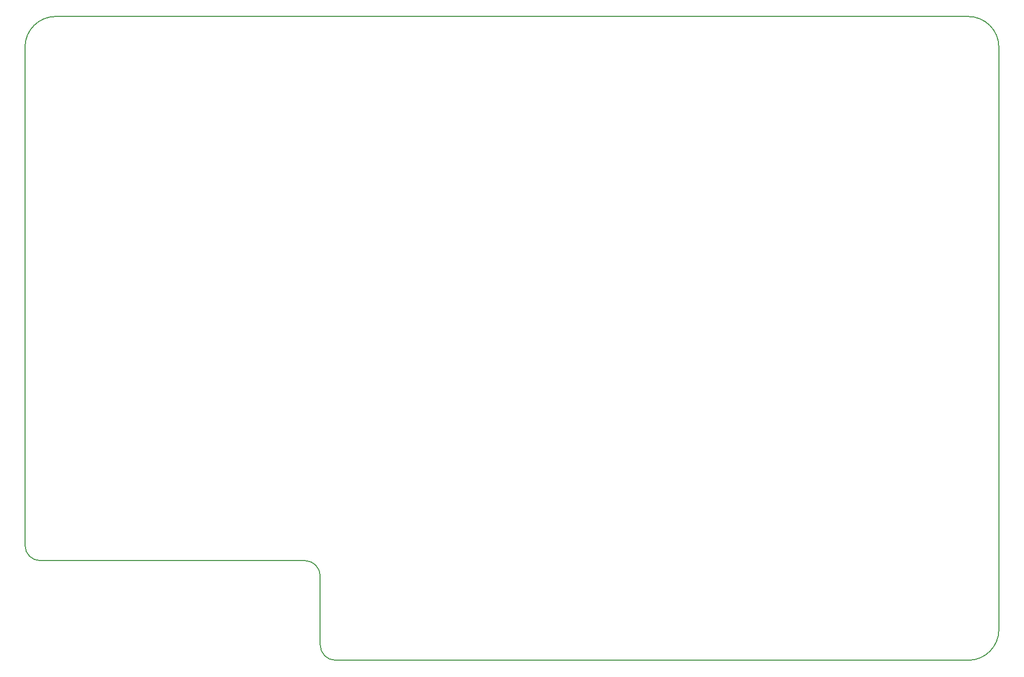
<source format=gbr>
G04 #@! TF.GenerationSoftware,KiCad,Pcbnew,5.1.5+dfsg1-2*
G04 #@! TF.CreationDate,2020-06-27T16:10:21+02:00*
G04 #@! TF.ProjectId,opendeck,6f70656e-6465-4636-9b2e-6b696361645f,1*
G04 #@! TF.SameCoordinates,Original*
G04 #@! TF.FileFunction,Profile,NP*
%FSLAX46Y46*%
G04 Gerber Fmt 4.6, Leading zero omitted, Abs format (unit mm)*
G04 Created by KiCad (PCBNEW 5.1.5+dfsg1-2) date 2020-06-27 16:10:21*
%MOMM*%
%LPD*%
G04 APERTURE LIST*
%ADD10C,0.200000*%
G04 APERTURE END LIST*
D10*
X70485000Y-114300000D02*
X26670000Y-114300000D01*
X73025000Y-128270000D02*
X73025000Y-116840000D01*
X26670000Y-114300000D02*
G75*
G02X24130000Y-111760000I0J2540000D01*
G01*
X70485000Y-114300000D02*
G75*
G02X73025000Y-116840000I0J-2540000D01*
G01*
X75565000Y-130810000D02*
G75*
G02X73025000Y-128270000I0J2540000D01*
G01*
X180340000Y-130810000D02*
X75565000Y-130810000D01*
X24130000Y-29210000D02*
X24130000Y-111760000D01*
X185420000Y-29210000D02*
X185420000Y-125730000D01*
X185420000Y-125730000D02*
G75*
G02X180340000Y-130810000I-5080000J0D01*
G01*
X29210000Y-24130000D02*
X180340000Y-24130000D01*
X180340000Y-24130000D02*
G75*
G02X185420000Y-29210000I0J-5080000D01*
G01*
X24130000Y-29210000D02*
G75*
G02X29210000Y-24130000I5080000J0D01*
G01*
M02*

</source>
